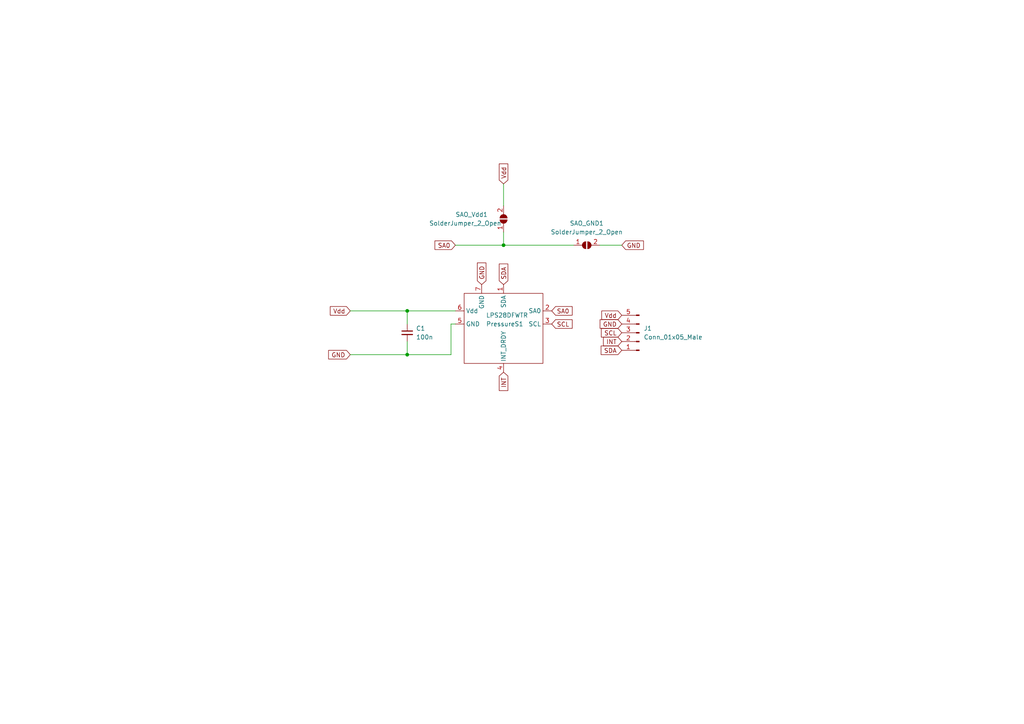
<source format=kicad_sch>
(kicad_sch (version 20211123) (generator eeschema)
  (paper "A4")
  (lib_symbols
    (symbol "Connector:Conn_01x05_Male" (pin_names (offset 1.016) hide)
      (property "Reference" "J" (at 0 7.62 0))
      (property "Value" "Conn_01x05_Male" (at 0 -7.62 0))
      (symbol "Conn_01x05_Male_1_1"
        (polyline (pts (xy 1.27 -5.08) (xy 0.8636 -5.08)) (stroke (width 0.1524)))
        (polyline (pts (xy 1.27 -2.54) (xy 0.8636 -2.54)) (stroke (width 0.1524)))
        (polyline (pts (xy 1.27 0) (xy 0.8636 0)) (stroke (width 0.1524)))
        (polyline (pts (xy 1.27 2.54) (xy 0.8636 2.54)) (stroke (width 0.1524)))
        (polyline (pts (xy 1.27 5.08) (xy 0.8636 5.08)) (stroke (width 0.1524)))
        (rectangle (start 0.8636 -4.953) (end 0 -5.207) (stroke (width 0.1524)) (fill (type outline)))
        (rectangle (start 0.8636 -2.413) (end 0 -2.667) (stroke (width 0.1524)) (fill (type outline)))
        (rectangle (start 0.8636 0.127) (end 0 -0.127) (stroke (width 0.1524)) (fill (type outline)))
        (rectangle (start 0.8636 2.667) (end 0 2.413) (stroke (width 0.1524)) (fill (type outline)))
        (rectangle (start 0.8636 5.207) (end 0 4.953) (stroke (width 0.1524)) (fill (type outline)))
        (pin passive line (at 5.08 5.08 180) (length 3.81) (name "Pin_1") (number "1"))
        (pin passive line (at 5.08 2.54 180) (length 3.81) (name "Pin_2") (number "2"))
        (pin passive line (at 5.08 0 180) (length 3.81) (name "Pin_3") (number "3"))
        (pin passive line (at 5.08 -2.54 180) (length 3.81) (name "Pin_4") (number "4"))
        (pin passive line (at 5.08 -5.08 180) (length 3.81) (name "Pin_5") (number "5"))
      )
    )
    (symbol "Device:C_Small" (pin_numbers hide) (pin_names (offset 0.254) hide)
      (property "Reference" "C" (at 0.254 1.778 0))
      (property "Value" "C_Small" (at 0.254 -2.032 0))
      (symbol "C_Small_0_1"
        (polyline (pts (xy -1.524 -0.508) (xy 1.524 -0.508)) (stroke (width 0.3302)))
        (polyline (pts (xy -1.524 0.508) (xy 1.524 0.508)) (stroke (width 0.3048)))
      )
      (symbol "C_Small_1_1"
        (pin passive line (at 0 2.54 270) (length 2.032) (name "~") (number "1"))
        (pin passive line (at 0 -2.54 90) (length 2.032) (name "~") (number "2"))
      )
    )
    (symbol "Jumper:SolderJumper_2_Open" (pin_names (offset 0) hide)
      (property "Reference" "JP" (at 0 2.032 0))
      (property "Value" "SolderJumper_2_Open" (at 0 -2.54 0))
      (symbol "SolderJumper_2_Open_0_1"
        (arc (start -0.254 1.016) (mid -1.27 0) (end -0.254 -1.016))
        (arc (start -0.254 1.016) (mid -1.27 0) (end -0.254 -1.016) (fill (type outline)))
        (polyline (pts (xy -0.254 1.016) (xy -0.254 -1.016)))
        (polyline (pts (xy 0.254 1.016) (xy 0.254 -1.016)))
        (arc (start 0.254 -1.016) (mid 1.27 0) (end 0.254 1.016))
        (arc (start 0.254 -1.016) (mid 1.27 0) (end 0.254 1.016) (fill (type outline)))
      )
      (symbol "SolderJumper_2_Open_1_1"
        (pin passive line (at -3.81 0 0) (length 2.54) (name "A") (number "1"))
        (pin passive line (at 3.81 0 180) (length 2.54) (name "B") (number "2"))
      )
    )
    (symbol "Sensor_Pressure:LPS28DFWTR"
      (property "Reference" "U" (at 0 -1.27 0))
      (property "Value" "LPS28DFWTR" (at 0 1.27 0))
      (symbol "LPS28DFWTR_0_1"
        (rectangle (start -11.43 7.62) (end 11.43 -12.7))
      )
      (symbol "LPS28DFWTR_1_1"
        (pin input line (at 0 10.16 270) (length 2.54) (name "SDA") (number "1"))
        (pin input line (at 13.97 2.54 180) (length 2.54) (name "SA0") (number "2"))
        (pin input line (at 13.97 -1.27 180) (length 2.54) (name "SCL") (number "3"))
        (pin input line (at 0 -15.24 90) (length 2.54) (name "INT_DRDY") (number "4"))
        (pin input line (at -13.97 -1.27 0) (length 2.54) (name "GND") (number "5"))
        (pin input line (at -13.97 2.54 0) (length 2.54) (name "Vdd") (number "6"))
        (pin input line (at -6.35 10.16 270) (length 2.54) (name "GND") (number "7"))
      )
    )
  )
  (junction (at 118.11 102.87))
  (junction (at 118.11 90.17))
  (junction (at 146.05 71.12))
  (wire (pts (xy 118.11 90.17) (xy 118.11 93.98)))
  (wire (pts (xy 173.99 71.12) (xy 180.34 71.12)))
  (wire (pts (xy 146.05 71.12) (xy 166.37 71.12)))
  (wire (pts (xy 146.05 67.31) (xy 146.05 71.12)))
  (wire (pts (xy 101.6 90.17) (xy 118.11 90.17)))
  (wire (pts (xy 118.11 102.87) (xy 130.81 102.87)))
  (wire (pts (xy 118.11 90.17) (xy 132.08 90.17)))
  (wire (pts (xy 101.6 102.87) (xy 118.11 102.87)))
  (wire (pts (xy 132.08 71.12) (xy 146.05 71.12)))
  (wire (pts (xy 132.08 93.98) (xy 130.81 93.98)))
  (wire (pts (xy 118.11 99.06) (xy 118.11 102.87)))
  (wire (pts (xy 146.05 53.34) (xy 146.05 59.69)))
  (wire (pts (xy 130.81 93.98) (xy 130.81 102.87)))
  (global_label "Vdd" (shape input) (at 146.05 53.34 90) (property "Intersheet References" "${INTERSHEET_REFS}" (effects hide)))
  (global_label "Vdd" (shape input) (at 101.6 90.17 180) (property "Intersheet References" "${INTERSHEET_REFS}" (effects hide)))
  (global_label "SCL" (shape input) (at 180.34 96.52 180) (property "Intersheet References" "${INTERSHEET_REFS}" (effects hide)))
  (global_label "SA0" (shape input) (at 132.08 71.12 180) (property "Intersheet References" "${INTERSHEET_REFS}" (effects hide)))
  (global_label "GND" (shape input) (at 101.6 102.87 180) (property "Intersheet References" "${INTERSHEET_REFS}" (effects hide)))
  (global_label "INT" (shape input) (at 146.05 107.95 270) (property "Intersheet References" "${INTERSHEET_REFS}" (effects hide)))
  (global_label "SCL" (shape input) (at 160.02 93.98 0) (property "Intersheet References" "${INTERSHEET_REFS}" (effects hide)))
  (global_label "GND" (shape input) (at 180.34 93.98 180) (property "Intersheet References" "${INTERSHEET_REFS}" (effects hide)))
  (global_label "GND" (shape input) (at 139.7 82.55 90) (property "Intersheet References" "${INTERSHEET_REFS}" (effects hide)))
  (global_label "INT" (shape input) (at 180.34 99.06 180) (property "Intersheet References" "${INTERSHEET_REFS}" (effects hide)))
  (global_label "GND" (shape input) (at 180.34 71.12 0) (property "Intersheet References" "${INTERSHEET_REFS}" (effects hide)))
  (global_label "SDA" (shape input) (at 146.05 82.55 90) (property "Intersheet References" "${INTERSHEET_REFS}" (effects hide)))
  (global_label "Vdd" (shape input) (at 180.34 91.44 180) (property "Intersheet References" "${INTERSHEET_REFS}" (effects hide)))
  (global_label "SA0" (shape input) (at 160.02 90.17 0) (property "Intersheet References" "${INTERSHEET_REFS}" (effects hide)))
  (global_label "SDA" (shape input) (at 180.34 101.6 180) (property "Intersheet References" "${INTERSHEET_REFS}" (effects hide)))
  (symbol (lib_id "Sensor_Pressure:LPS28DFWTR") (at 146.05 92.71 0) (unit 1)
    (property "Reference" "PressureS1" (at 140.97 93.98 0) (effects (justify left)))
    (property "Value" "LPS28DFWTR" (at 140.97 91.44 0) (effects (justify left)))
    (property "Footprint" "Sensor_Pressure:LPS28DFWTR" (effects hide))
  )
  (symbol (lib_id "Device:C_Small") (at 118.11 96.52 0) (unit 1)
    (property "Reference" "C1" (at 120.65 95.2562 0) (effects (justify left)))
    (property "Value" "100n" (at 120.65 97.7962 0) (effects (justify left)))
    (property "Footprint" "Capacitor_SMD:C_0603_1608Metric_Pad1.08x0.95mm_HandSolder" (effects hide))
  )
  (symbol (lib_id "Jumper:SolderJumper_2_Open") (at 170.18 71.12 0) (unit 1)
    (property "Reference" "SAO_GND1" (at 170.18 64.77 0))
    (property "Value" "SolderJumper_2_Open" (at 170.18 67.31 0))
    (property "Footprint" "Jumper:SolderJumper-2_P1.3mm_Open_Pad1.0x1.5mm" (effects hide))
  )
  (symbol (lib_id "Connector:Conn_01x05_Male") (at 185.42 96.52 180) (unit 1)
    (property "Reference" "J1" (at 186.69 95.2499 0) (effects (justify right)))
    (property "Value" "Conn_01x05_Male" (at 186.69 97.7899 0) (effects (justify right)))
    (property "Footprint" "Connector_PinHeader_1.00mm:PinHeader_1x05_P1.00mm_Vertical_SMD_Pin1Left" (effects hide))
  )
  (symbol (lib_id "Jumper:SolderJumper_2_Open") (at 146.05 63.5 90) (unit 1)
    (property "Reference" "SAO_Vdd1" (at 132.08 62.23 90) (effects (justify right)))
    (property "Value" "SolderJumper_2_Open" (at 124.46 64.77 90) (effects (justify right)))
    (property "Footprint" "Jumper:SolderJumper-2_P1.3mm_Open_Pad1.0x1.5mm" (effects hide))
  )
)
</source>
